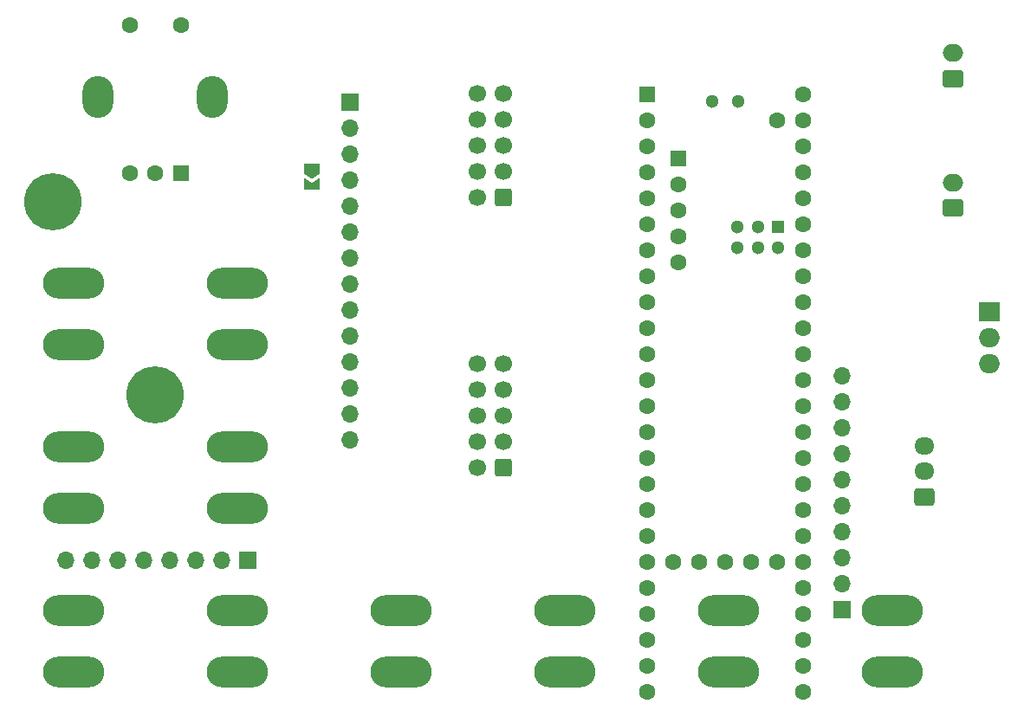
<source format=gbr>
%TF.GenerationSoftware,KiCad,Pcbnew,8.0.1*%
%TF.CreationDate,2024-04-21T23:41:19+02:00*%
%TF.ProjectId,PreciPSLoadFront,50726563-6950-4534-9c6f-616446726f6e,rev?*%
%TF.SameCoordinates,Original*%
%TF.FileFunction,Soldermask,Bot*%
%TF.FilePolarity,Negative*%
%FSLAX46Y46*%
G04 Gerber Fmt 4.6, Leading zero omitted, Abs format (unit mm)*
G04 Created by KiCad (PCBNEW 8.0.1) date 2024-04-21 23:41:19*
%MOMM*%
%LPD*%
G01*
G04 APERTURE LIST*
G04 Aperture macros list*
%AMRoundRect*
0 Rectangle with rounded corners*
0 $1 Rounding radius*
0 $2 $3 $4 $5 $6 $7 $8 $9 X,Y pos of 4 corners*
0 Add a 4 corners polygon primitive as box body*
4,1,4,$2,$3,$4,$5,$6,$7,$8,$9,$2,$3,0*
0 Add four circle primitives for the rounded corners*
1,1,$1+$1,$2,$3*
1,1,$1+$1,$4,$5*
1,1,$1+$1,$6,$7*
1,1,$1+$1,$8,$9*
0 Add four rect primitives between the rounded corners*
20,1,$1+$1,$2,$3,$4,$5,0*
20,1,$1+$1,$4,$5,$6,$7,0*
20,1,$1+$1,$6,$7,$8,$9,0*
20,1,$1+$1,$8,$9,$2,$3,0*%
%AMFreePoly0*
4,1,6,1.000000,0.000000,0.500000,-0.750000,-0.500000,-0.750000,-0.500000,0.750000,0.500000,0.750000,1.000000,0.000000,1.000000,0.000000,$1*%
%AMFreePoly1*
4,1,6,0.500000,-0.750000,-0.650000,-0.750000,-0.150000,0.000000,-0.650000,0.750000,0.500000,0.750000,0.500000,-0.750000,0.500000,-0.750000,$1*%
G04 Aperture macros list end*
%ADD10R,1.600000X1.600000*%
%ADD11C,1.600000*%
%ADD12R,1.300000X1.300000*%
%ADD13C,1.300000*%
%ADD14R,1.700000X1.700000*%
%ADD15O,1.700000X1.700000*%
%ADD16RoundRect,0.250000X0.725000X-0.600000X0.725000X0.600000X-0.725000X0.600000X-0.725000X-0.600000X0*%
%ADD17O,1.950000X1.700000*%
%ADD18FreePoly0,270.000000*%
%ADD19FreePoly1,270.000000*%
%ADD20RoundRect,0.250000X0.600000X0.600000X-0.600000X0.600000X-0.600000X-0.600000X0.600000X-0.600000X0*%
%ADD21C,1.700000*%
%ADD22RoundRect,0.250000X0.750000X-0.600000X0.750000X0.600000X-0.750000X0.600000X-0.750000X-0.600000X0*%
%ADD23O,2.000000X1.700000*%
%ADD24R,2.000000X1.905000*%
%ADD25O,2.000000X1.905000*%
%ADD26C,3.600000*%
%ADD27C,5.600000*%
%ADD28O,6.000000X3.000000*%
%ADD29RoundRect,0.250000X0.550000X-0.550000X0.550000X0.550000X-0.550000X0.550000X-0.550000X-0.550000X0*%
%ADD30O,3.000000X4.100000*%
G04 APERTURE END LIST*
D10*
%TO.C,U2*%
X113080000Y-34490000D03*
D11*
X113080000Y-37030000D03*
X113080000Y-39570000D03*
X113080000Y-42110000D03*
X113080000Y-44650000D03*
X113080000Y-47190000D03*
X113080000Y-49730000D03*
X113080000Y-52270000D03*
X113080000Y-54810000D03*
X113080000Y-57350000D03*
X113080000Y-59890000D03*
X113080000Y-62430000D03*
X113080000Y-64970000D03*
X113080000Y-67510000D03*
X113080000Y-70050000D03*
X113080000Y-72590000D03*
X113080000Y-75130000D03*
X113080000Y-77670000D03*
X113080000Y-80210000D03*
X113080000Y-82750000D03*
X113080000Y-85290000D03*
X113080000Y-87830000D03*
X113080000Y-90370000D03*
X113080000Y-92910000D03*
X128320000Y-92910000D03*
X128320000Y-90370000D03*
X128320000Y-87830000D03*
X128320000Y-85290000D03*
X128320000Y-82750000D03*
X128320000Y-80210000D03*
X128320000Y-77670000D03*
X128320000Y-75130000D03*
X128320000Y-72590000D03*
X128320000Y-70050000D03*
X128320000Y-67510000D03*
X128320000Y-64970000D03*
X128320000Y-62430000D03*
X128320000Y-59890000D03*
X128320000Y-57350000D03*
X128320000Y-54810000D03*
X128320000Y-52270000D03*
X128320000Y-49730000D03*
X128320000Y-47190000D03*
X128320000Y-44650000D03*
X128320000Y-42110000D03*
X128320000Y-39570000D03*
X128320000Y-37030000D03*
X128320000Y-34490000D03*
X125780000Y-37030000D03*
X115620000Y-80210000D03*
X118160000Y-80210000D03*
X120700000Y-80210000D03*
X123240000Y-80210000D03*
X125780000Y-80210000D03*
D10*
X116130800Y-40789200D03*
D11*
X116130800Y-43329200D03*
X116130800Y-45869200D03*
X116130800Y-48409200D03*
X116130800Y-50949200D03*
D12*
X125881600Y-47460000D03*
D13*
X123881600Y-47460000D03*
X121881600Y-47460000D03*
X121881600Y-49460000D03*
X123881600Y-49460000D03*
X125881600Y-49460000D03*
X121970000Y-35220000D03*
X119430000Y-35220000D03*
%TD*%
D14*
%TO.C,J9*%
X132100000Y-84920000D03*
D15*
X132100000Y-82380000D03*
X132100000Y-79840000D03*
X132100000Y-77300000D03*
X132100000Y-74760000D03*
X132100000Y-72220000D03*
X132100000Y-69680000D03*
X132100000Y-67140000D03*
X132100000Y-64600000D03*
X132100000Y-62060000D03*
%TD*%
D16*
%TO.C,J7*%
X140150000Y-73850000D03*
D17*
X140150000Y-71350000D03*
X140150000Y-68850000D03*
%TD*%
D18*
%TO.C,JP1*%
X80300000Y-41825000D03*
D19*
X80300000Y-43275000D03*
%TD*%
D20*
%TO.C,J1*%
X99000000Y-44540000D03*
D21*
X96460000Y-44540000D03*
X99000000Y-42000000D03*
X96460000Y-42000000D03*
X99000000Y-39460000D03*
X96460000Y-39460000D03*
X99000000Y-36920000D03*
X96460000Y-36920000D03*
X99000000Y-34380000D03*
X96460000Y-34380000D03*
%TD*%
D22*
%TO.C,J6*%
X142912500Y-45600000D03*
D23*
X142912500Y-43100000D03*
%TD*%
D24*
%TO.C,U3*%
X146492500Y-55735000D03*
D25*
X146492500Y-58275000D03*
X146492500Y-60815000D03*
%TD*%
D26*
%TO.C,REF\u002A\u002A*%
X55000000Y-45000000D03*
D27*
X55000000Y-45000000D03*
%TD*%
D22*
%TO.C,J3*%
X142937500Y-32950000D03*
D23*
X142937500Y-30450000D03*
%TD*%
D14*
%TO.C,J5*%
X74050000Y-80050000D03*
D15*
X71510000Y-80050000D03*
X68970000Y-80050000D03*
X66430000Y-80050000D03*
X63890000Y-80050000D03*
X61350000Y-80050000D03*
X58810000Y-80050000D03*
X56270000Y-80050000D03*
%TD*%
D20*
%TO.C,J2*%
X99000000Y-71000000D03*
D21*
X96460000Y-71000000D03*
X99000000Y-68460000D03*
X96460000Y-68460000D03*
X99000000Y-65920000D03*
X96460000Y-65920000D03*
X99000000Y-63380000D03*
X96460000Y-63380000D03*
X99000000Y-60840000D03*
X96460000Y-60840000D03*
%TD*%
D26*
%TO.C,REF\u002A\u002A*%
X65000000Y-63900000D03*
D27*
X65000000Y-63900000D03*
%TD*%
D28*
%TO.C,SW4*%
X105000000Y-85000000D03*
X105000000Y-91000000D03*
%TD*%
%TO.C,SW9*%
X73000000Y-53000000D03*
X73000000Y-59000000D03*
%TD*%
%TO.C,SW7*%
X57000000Y-69000000D03*
X57000000Y-75000000D03*
%TD*%
D29*
%TO.C,SW10*%
X67500000Y-42250000D03*
D11*
X62500000Y-42250000D03*
X65000000Y-42250000D03*
X67500000Y-27750000D03*
X62500000Y-27750000D03*
D30*
X59400000Y-34750000D03*
X70600000Y-34750000D03*
%TD*%
D28*
%TO.C,SW11*%
X137000000Y-85000000D03*
X137000000Y-91000000D03*
%TD*%
%TO.C,SW3*%
X89000000Y-85000000D03*
X89000000Y-91000000D03*
%TD*%
D14*
%TO.C,J4*%
X84000000Y-35300000D03*
D15*
X84000000Y-37840000D03*
X84000000Y-40380000D03*
X84000000Y-42920000D03*
X84000000Y-45460000D03*
X84000000Y-48000000D03*
X84000000Y-50540000D03*
X84000000Y-53080000D03*
X84000000Y-55620000D03*
X84000000Y-58160000D03*
X84000000Y-60700000D03*
X84000000Y-63240000D03*
X84000000Y-65780000D03*
X84000000Y-68320000D03*
%TD*%
D28*
%TO.C,SW5*%
X121000000Y-85000000D03*
X121000000Y-91000000D03*
%TD*%
%TO.C,SW1*%
X57000000Y-85000000D03*
X57000000Y-91000000D03*
%TD*%
%TO.C,SW2*%
X73000000Y-85000000D03*
X73000000Y-91000000D03*
%TD*%
%TO.C,SW6*%
X73000000Y-69000000D03*
X73000000Y-75000000D03*
%TD*%
%TO.C,SW8*%
X57000000Y-53000000D03*
X57000000Y-59000000D03*
%TD*%
M02*

</source>
